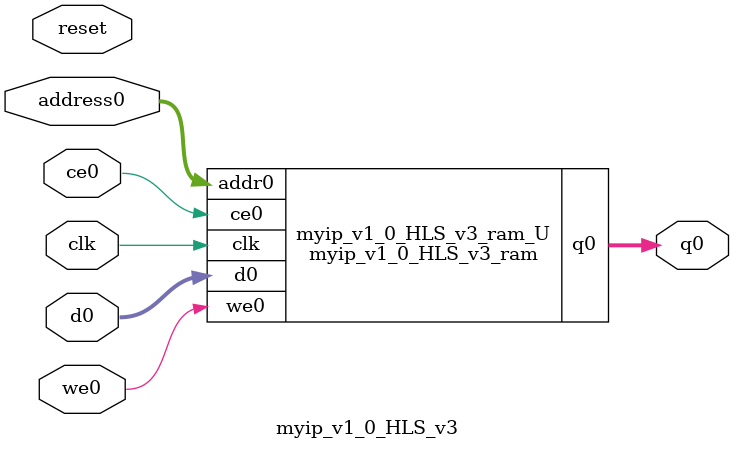
<source format=v>
`timescale 1 ns / 1 ps
module myip_v1_0_HLS_v3_ram (addr0, ce0, d0, we0, q0,  clk);

parameter DWIDTH = 32;
parameter AWIDTH = 3;
parameter MEM_SIZE = 6;

input[AWIDTH-1:0] addr0;
input ce0;
input[DWIDTH-1:0] d0;
input we0;
output reg[DWIDTH-1:0] q0;
input clk;

(* ram_style = "distributed" *)reg [DWIDTH-1:0] ram[0:MEM_SIZE-1];




always @(posedge clk)  
begin 
    if (ce0) begin
        if (we0) 
            ram[addr0] <= d0; 
        q0 <= ram[addr0];
    end
end


endmodule

`timescale 1 ns / 1 ps
module myip_v1_0_HLS_v3(
    reset,
    clk,
    address0,
    ce0,
    we0,
    d0,
    q0);

parameter DataWidth = 32'd32;
parameter AddressRange = 32'd6;
parameter AddressWidth = 32'd3;
input reset;
input clk;
input[AddressWidth - 1:0] address0;
input ce0;
input we0;
input[DataWidth - 1:0] d0;
output[DataWidth - 1:0] q0;



myip_v1_0_HLS_v3_ram myip_v1_0_HLS_v3_ram_U(
    .clk( clk ),
    .addr0( address0 ),
    .ce0( ce0 ),
    .we0( we0 ),
    .d0( d0 ),
    .q0( q0 ));

endmodule


</source>
